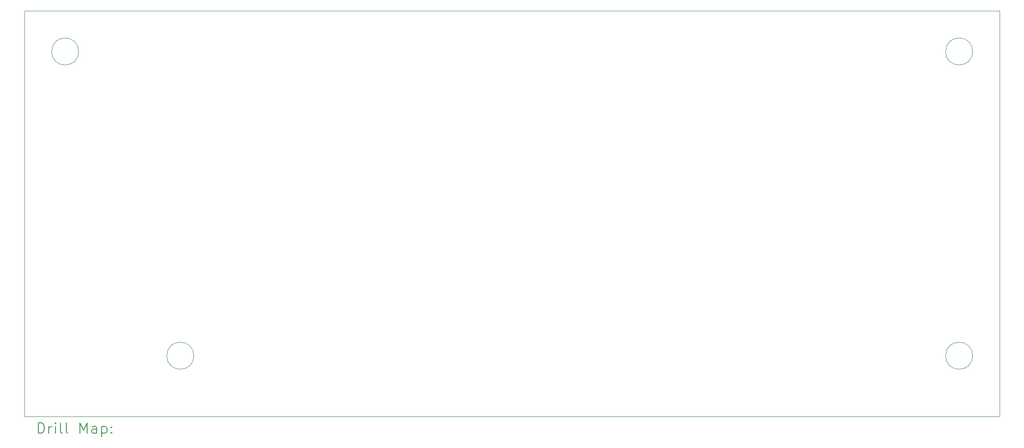
<source format=gbr>
%TF.GenerationSoftware,KiCad,Pcbnew,7.0.11+dfsg-1*%
%TF.CreationDate,2024-03-20T20:25:55-04:00*%
%TF.ProjectId,base,62617365-2e6b-4696-9361-645f70636258,rev?*%
%TF.SameCoordinates,Original*%
%TF.FileFunction,Drillmap*%
%TF.FilePolarity,Positive*%
%FSLAX45Y45*%
G04 Gerber Fmt 4.5, Leading zero omitted, Abs format (unit mm)*
G04 Created by KiCad (PCBNEW 7.0.11+dfsg-1) date 2024-03-20 20:25:55*
%MOMM*%
%LPD*%
G01*
G04 APERTURE LIST*
%ADD10C,0.050000*%
%ADD11C,0.200000*%
G04 APERTURE END LIST*
D10*
X8255000Y-11557000D02*
G75*
G03*
X7747000Y-11557000I-254000J0D01*
G01*
X7747000Y-11557000D02*
G75*
G03*
X8255000Y-11557000I254000J0D01*
G01*
X22860000Y-11557000D02*
G75*
G03*
X22352000Y-11557000I-254000J0D01*
G01*
X22352000Y-11557000D02*
G75*
G03*
X22860000Y-11557000I254000J0D01*
G01*
X6096000Y-5842000D02*
G75*
G03*
X5588000Y-5842000I-254000J0D01*
G01*
X5588000Y-5842000D02*
G75*
G03*
X6096000Y-5842000I254000J0D01*
G01*
X22860000Y-5842000D02*
G75*
G03*
X22352000Y-5842000I-254000J0D01*
G01*
X22352000Y-5842000D02*
G75*
G03*
X22860000Y-5842000I254000J0D01*
G01*
X5080000Y-5080000D02*
X23368000Y-5080000D01*
X23368000Y-12700000D01*
X5080000Y-12700000D01*
X5080000Y-5080000D01*
D11*
X5338277Y-13013984D02*
X5338277Y-12813984D01*
X5338277Y-12813984D02*
X5385896Y-12813984D01*
X5385896Y-12813984D02*
X5414467Y-12823508D01*
X5414467Y-12823508D02*
X5433515Y-12842555D01*
X5433515Y-12842555D02*
X5443039Y-12861603D01*
X5443039Y-12861603D02*
X5452563Y-12899698D01*
X5452563Y-12899698D02*
X5452563Y-12928269D01*
X5452563Y-12928269D02*
X5443039Y-12966365D01*
X5443039Y-12966365D02*
X5433515Y-12985412D01*
X5433515Y-12985412D02*
X5414467Y-13004460D01*
X5414467Y-13004460D02*
X5385896Y-13013984D01*
X5385896Y-13013984D02*
X5338277Y-13013984D01*
X5538277Y-13013984D02*
X5538277Y-12880650D01*
X5538277Y-12918746D02*
X5547801Y-12899698D01*
X5547801Y-12899698D02*
X5557324Y-12890174D01*
X5557324Y-12890174D02*
X5576372Y-12880650D01*
X5576372Y-12880650D02*
X5595420Y-12880650D01*
X5662086Y-13013984D02*
X5662086Y-12880650D01*
X5662086Y-12813984D02*
X5652562Y-12823508D01*
X5652562Y-12823508D02*
X5662086Y-12833031D01*
X5662086Y-12833031D02*
X5671610Y-12823508D01*
X5671610Y-12823508D02*
X5662086Y-12813984D01*
X5662086Y-12813984D02*
X5662086Y-12833031D01*
X5785896Y-13013984D02*
X5766848Y-13004460D01*
X5766848Y-13004460D02*
X5757324Y-12985412D01*
X5757324Y-12985412D02*
X5757324Y-12813984D01*
X5890658Y-13013984D02*
X5871610Y-13004460D01*
X5871610Y-13004460D02*
X5862086Y-12985412D01*
X5862086Y-12985412D02*
X5862086Y-12813984D01*
X6119229Y-13013984D02*
X6119229Y-12813984D01*
X6119229Y-12813984D02*
X6185896Y-12956841D01*
X6185896Y-12956841D02*
X6252562Y-12813984D01*
X6252562Y-12813984D02*
X6252562Y-13013984D01*
X6433515Y-13013984D02*
X6433515Y-12909222D01*
X6433515Y-12909222D02*
X6423991Y-12890174D01*
X6423991Y-12890174D02*
X6404943Y-12880650D01*
X6404943Y-12880650D02*
X6366848Y-12880650D01*
X6366848Y-12880650D02*
X6347801Y-12890174D01*
X6433515Y-13004460D02*
X6414467Y-13013984D01*
X6414467Y-13013984D02*
X6366848Y-13013984D01*
X6366848Y-13013984D02*
X6347801Y-13004460D01*
X6347801Y-13004460D02*
X6338277Y-12985412D01*
X6338277Y-12985412D02*
X6338277Y-12966365D01*
X6338277Y-12966365D02*
X6347801Y-12947317D01*
X6347801Y-12947317D02*
X6366848Y-12937793D01*
X6366848Y-12937793D02*
X6414467Y-12937793D01*
X6414467Y-12937793D02*
X6433515Y-12928269D01*
X6528753Y-12880650D02*
X6528753Y-13080650D01*
X6528753Y-12890174D02*
X6547801Y-12880650D01*
X6547801Y-12880650D02*
X6585896Y-12880650D01*
X6585896Y-12880650D02*
X6604943Y-12890174D01*
X6604943Y-12890174D02*
X6614467Y-12899698D01*
X6614467Y-12899698D02*
X6623991Y-12918746D01*
X6623991Y-12918746D02*
X6623991Y-12975888D01*
X6623991Y-12975888D02*
X6614467Y-12994936D01*
X6614467Y-12994936D02*
X6604943Y-13004460D01*
X6604943Y-13004460D02*
X6585896Y-13013984D01*
X6585896Y-13013984D02*
X6547801Y-13013984D01*
X6547801Y-13013984D02*
X6528753Y-13004460D01*
X6709705Y-12994936D02*
X6719229Y-13004460D01*
X6719229Y-13004460D02*
X6709705Y-13013984D01*
X6709705Y-13013984D02*
X6700182Y-13004460D01*
X6700182Y-13004460D02*
X6709705Y-12994936D01*
X6709705Y-12994936D02*
X6709705Y-13013984D01*
X6709705Y-12890174D02*
X6719229Y-12899698D01*
X6719229Y-12899698D02*
X6709705Y-12909222D01*
X6709705Y-12909222D02*
X6700182Y-12899698D01*
X6700182Y-12899698D02*
X6709705Y-12890174D01*
X6709705Y-12890174D02*
X6709705Y-12909222D01*
M02*

</source>
